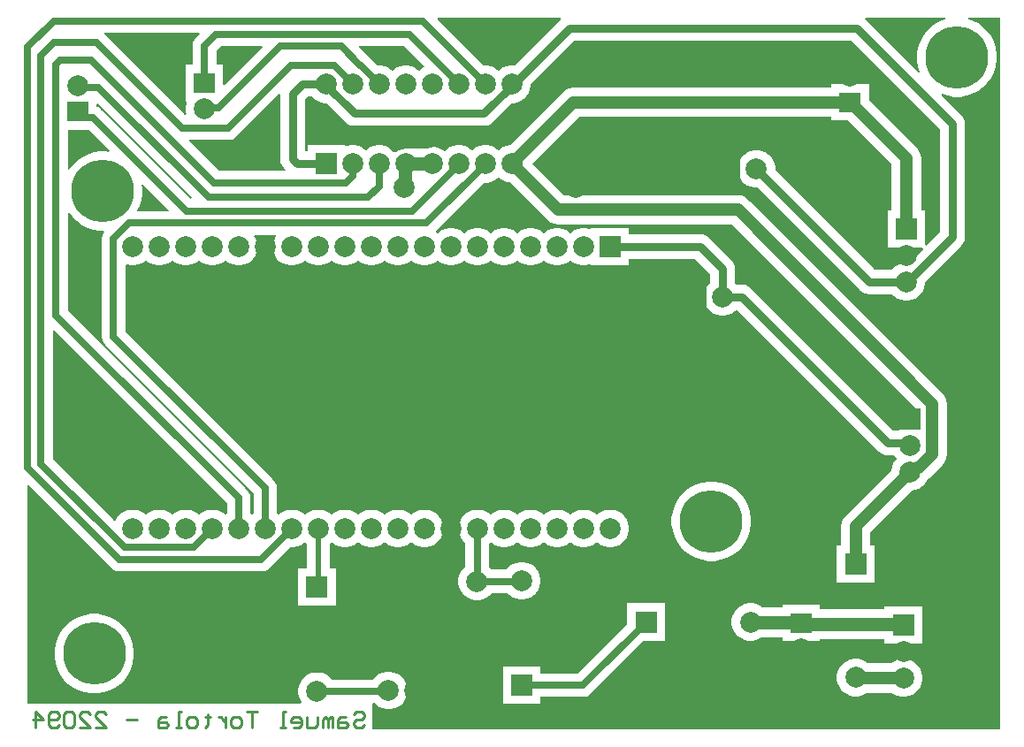
<source format=gbl>
G04*
G04 #@! TF.GenerationSoftware,Altium Limited,Altium Designer,24.3.1 (35)*
G04*
G04 Layer_Physical_Order=2*
G04 Layer_Color=16711680*
%FSLAX44Y44*%
%MOMM*%
G71*
G04*
G04 #@! TF.SameCoordinates,A7DB9225-D099-4854-ACD7-056804D619A1*
G04*
G04*
G04 #@! TF.FilePolarity,Positive*
G04*
G01*
G75*
%ADD10C,1.2700*%
%ADD11C,2.0000*%
%ADD12R,2.0000X2.0000*%
%ADD13R,2.0000X2.0000*%
%ADD14C,6.0000*%
%ADD15R,1.9000X2.0000*%
%ADD16R,2.0000X1.9000*%
%ADD17C,1.1938*%
%ADD18C,0.6350*%
%ADD19C,0.7620*%
%ADD20C,0.5334*%
%ADD21C,0.2540*%
G36*
X520049Y689447D02*
X519692Y689173D01*
X475503Y644985D01*
X474923Y645100D01*
X471377D01*
X467900Y644408D01*
X464624Y643051D01*
X461676Y641081D01*
X460450Y639856D01*
X459224Y641081D01*
X456276Y643051D01*
X453000Y644408D01*
X449523Y645100D01*
X446107D01*
X401730Y689477D01*
X402216Y690650D01*
X519641D01*
X520049Y689447D01*
D02*
G37*
G36*
X389349Y644577D02*
X389101Y643332D01*
X388424Y643051D01*
X385476Y641081D01*
X384250Y639856D01*
X383024Y641081D01*
X380076Y643051D01*
X376800Y644408D01*
X373323Y645100D01*
X369777D01*
X366300Y644408D01*
X363024Y643051D01*
X360076Y641081D01*
X358850Y639856D01*
X357624Y641081D01*
X354676Y643051D01*
X351400Y644408D01*
X347923Y645100D01*
X344507D01*
X336282Y653325D01*
X334492Y654699D01*
X326565Y662625D01*
X327051Y663799D01*
X370128D01*
X389349Y644577D01*
D02*
G37*
G36*
X888245Y689380D02*
X884663Y688216D01*
X879334Y685500D01*
X874495Y681985D01*
X870265Y677755D01*
X866749Y672916D01*
X864034Y667587D01*
X862186Y661898D01*
X861250Y655991D01*
Y650009D01*
X862186Y644102D01*
X863940Y638702D01*
X862831Y638015D01*
X811673Y689173D01*
X811315Y689447D01*
X811724Y690650D01*
X888044D01*
X888245Y689380D01*
D02*
G37*
G36*
X234185Y662625D02*
X197923Y626364D01*
X196750Y626850D01*
Y645750D01*
X190021D01*
Y659331D01*
X194489Y663799D01*
X233699D01*
X234185Y662625D01*
D02*
G37*
G36*
X940650Y9350D02*
X339330D01*
Y33905D01*
X340363Y34479D01*
X341566D01*
X343526Y32518D01*
X346474Y30549D01*
X349750Y29192D01*
X353227Y28500D01*
X356773D01*
X360250Y29192D01*
X363526Y30549D01*
X366474Y32518D01*
X368982Y35026D01*
X370951Y37974D01*
X372308Y41250D01*
X373000Y44727D01*
Y48273D01*
X372308Y51750D01*
X370951Y55026D01*
X368982Y57974D01*
X366474Y60482D01*
X363526Y62451D01*
X360250Y63808D01*
X356773Y64500D01*
X353227D01*
X349750Y63808D01*
X346474Y62451D01*
X343526Y60482D01*
X341018Y57974D01*
X340382Y57021D01*
X300617D01*
X300481Y57224D01*
X297974Y59731D01*
X295026Y61701D01*
X291750Y63058D01*
X288273Y63750D01*
X284727D01*
X281250Y63058D01*
X277974Y61701D01*
X275026Y59731D01*
X272519Y57224D01*
X270549Y54276D01*
X269192Y51000D01*
X268500Y47523D01*
Y43977D01*
X269192Y40500D01*
X270549Y37224D01*
X271917Y35175D01*
X271239Y33905D01*
X9350D01*
Y242520D01*
X10523Y243006D01*
X89684Y163845D01*
X89684Y163845D01*
X92018Y162054D01*
X94737Y160928D01*
X97654Y160543D01*
X97654Y160544D01*
X233081D01*
X233081Y160543D01*
X235999Y160928D01*
X238717Y162054D01*
X241052Y163845D01*
X260707Y183500D01*
X264123D01*
X267600Y184192D01*
X270876Y185549D01*
X273824Y187519D01*
X275050Y188744D01*
X276276Y187519D01*
X276991Y187041D01*
Y163750D01*
X268500D01*
Y127750D01*
X304500D01*
Y163750D01*
X298509D01*
Y187041D01*
X299224Y187519D01*
X300450Y188744D01*
X301676Y187519D01*
X304624Y185549D01*
X307900Y184192D01*
X311377Y183500D01*
X314923D01*
X318400Y184192D01*
X321676Y185549D01*
X324624Y187519D01*
X325850Y188744D01*
X327076Y187519D01*
X330024Y185549D01*
X333300Y184192D01*
X336777Y183500D01*
X340323D01*
X343800Y184192D01*
X347076Y185549D01*
X350024Y187519D01*
X351250Y188744D01*
X352476Y187519D01*
X355424Y185549D01*
X358700Y184192D01*
X362177Y183500D01*
X365723D01*
X369200Y184192D01*
X372476Y185549D01*
X375424Y187519D01*
X376650Y188744D01*
X377876Y187519D01*
X380824Y185549D01*
X384100Y184192D01*
X387577Y183500D01*
X391123D01*
X394600Y184192D01*
X397876Y185549D01*
X400824Y187519D01*
X403331Y190026D01*
X405301Y192974D01*
X406658Y196250D01*
X407350Y199727D01*
Y203273D01*
X406658Y206750D01*
X405301Y210026D01*
X403331Y212974D01*
X400824Y215481D01*
X397876Y217451D01*
X394600Y218808D01*
X391123Y219500D01*
X387577D01*
X384100Y218808D01*
X380824Y217451D01*
X377876Y215481D01*
X376650Y214256D01*
X375424Y215481D01*
X372476Y217451D01*
X369200Y218808D01*
X365723Y219500D01*
X362177D01*
X358700Y218808D01*
X355424Y217451D01*
X352476Y215481D01*
X351250Y214256D01*
X350024Y215481D01*
X347076Y217451D01*
X343800Y218808D01*
X340323Y219500D01*
X336777D01*
X333300Y218808D01*
X330024Y217451D01*
X327076Y215481D01*
X325850Y214256D01*
X324624Y215481D01*
X321676Y217451D01*
X318400Y218808D01*
X314923Y219500D01*
X311377D01*
X307900Y218808D01*
X304624Y217451D01*
X301676Y215481D01*
X300450Y214256D01*
X299224Y215481D01*
X296276Y217451D01*
X293000Y218808D01*
X289523Y219500D01*
X285977D01*
X282500Y218808D01*
X279224Y217451D01*
X276276Y215481D01*
X275050Y214256D01*
X273824Y215481D01*
X270876Y217451D01*
X267600Y218808D01*
X264123Y219500D01*
X260577D01*
X257100Y218808D01*
X253824Y217451D01*
X250876Y215481D01*
X249650Y214256D01*
X248424Y215481D01*
X248221Y215617D01*
Y240050D01*
X248221Y240050D01*
X247837Y242967D01*
X246711Y245686D01*
X244920Y248020D01*
X244920Y248020D01*
X102966Y389974D01*
Y453767D01*
X104022Y454472D01*
X104700Y454192D01*
X108177Y453500D01*
X111723D01*
X115200Y454192D01*
X118476Y455549D01*
X121424Y457519D01*
X122650Y458744D01*
X123876Y457519D01*
X126824Y455549D01*
X130100Y454192D01*
X133577Y453500D01*
X137123D01*
X140600Y454192D01*
X143876Y455549D01*
X146824Y457519D01*
X148050Y458744D01*
X149276Y457519D01*
X152224Y455549D01*
X155500Y454192D01*
X158977Y453500D01*
X162523D01*
X166000Y454192D01*
X169276Y455549D01*
X172224Y457519D01*
X173450Y458744D01*
X174676Y457519D01*
X177624Y455549D01*
X180900Y454192D01*
X184377Y453500D01*
X187923D01*
X191400Y454192D01*
X194676Y455549D01*
X197624Y457519D01*
X198850Y458744D01*
X200076Y457519D01*
X203024Y455549D01*
X206300Y454192D01*
X209777Y453500D01*
X213323D01*
X216800Y454192D01*
X220076Y455549D01*
X223024Y457519D01*
X225532Y460026D01*
X227501Y462974D01*
X228858Y466250D01*
X229550Y469727D01*
Y473273D01*
X228858Y476750D01*
X227501Y480026D01*
X226397Y481679D01*
X226996Y482799D01*
X246904D01*
X247503Y481679D01*
X246399Y480026D01*
X245042Y476750D01*
X244350Y473273D01*
Y469727D01*
X245042Y466250D01*
X246399Y462974D01*
X248368Y460026D01*
X250876Y457519D01*
X253824Y455549D01*
X257100Y454192D01*
X260577Y453500D01*
X264123D01*
X267600Y454192D01*
X270876Y455549D01*
X273824Y457519D01*
X275050Y458744D01*
X276276Y457519D01*
X279224Y455549D01*
X282500Y454192D01*
X285977Y453500D01*
X289523D01*
X293000Y454192D01*
X296276Y455549D01*
X299224Y457519D01*
X300450Y458744D01*
X301676Y457519D01*
X304624Y455549D01*
X307900Y454192D01*
X311377Y453500D01*
X314923D01*
X318400Y454192D01*
X321676Y455549D01*
X324624Y457519D01*
X325850Y458744D01*
X327076Y457519D01*
X330024Y455549D01*
X333300Y454192D01*
X336777Y453500D01*
X340323D01*
X343800Y454192D01*
X347076Y455549D01*
X350024Y457519D01*
X351250Y458744D01*
X352476Y457519D01*
X355424Y455549D01*
X358700Y454192D01*
X362177Y453500D01*
X365723D01*
X369200Y454192D01*
X372476Y455549D01*
X375424Y457519D01*
X376650Y458744D01*
X377876Y457519D01*
X380824Y455549D01*
X384100Y454192D01*
X387577Y453500D01*
X391123D01*
X394600Y454192D01*
X397876Y455549D01*
X400824Y457519D01*
X402050Y458744D01*
X403276Y457519D01*
X406224Y455549D01*
X409500Y454192D01*
X412977Y453500D01*
X416523D01*
X420000Y454192D01*
X423276Y455549D01*
X426224Y457519D01*
X427450Y458744D01*
X428676Y457519D01*
X431624Y455549D01*
X434900Y454192D01*
X438377Y453500D01*
X441923D01*
X445400Y454192D01*
X448676Y455549D01*
X451624Y457519D01*
X452850Y458744D01*
X454076Y457519D01*
X457024Y455549D01*
X460300Y454192D01*
X463777Y453500D01*
X467323D01*
X470800Y454192D01*
X474076Y455549D01*
X477024Y457519D01*
X478250Y458744D01*
X479476Y457519D01*
X482424Y455549D01*
X485700Y454192D01*
X489177Y453500D01*
X492723D01*
X496200Y454192D01*
X499476Y455549D01*
X502424Y457519D01*
X503650Y458744D01*
X504876Y457519D01*
X507824Y455549D01*
X511100Y454192D01*
X514577Y453500D01*
X518123D01*
X521600Y454192D01*
X524876Y455549D01*
X527824Y457519D01*
X529050Y458744D01*
X530276Y457519D01*
X533224Y455549D01*
X536500Y454192D01*
X539977Y453500D01*
X543523D01*
X547000Y454192D01*
X548094Y454645D01*
X549150Y453939D01*
Y453500D01*
X585150D01*
Y459588D01*
X648316D01*
X662838Y445066D01*
Y437044D01*
X660769Y434974D01*
X658799Y432026D01*
X657442Y428750D01*
X656750Y425273D01*
Y421727D01*
X657442Y418250D01*
X658799Y414974D01*
X660769Y412026D01*
X663276Y409519D01*
X666224Y407549D01*
X669500Y406192D01*
X672977Y405500D01*
X676523D01*
X680000Y406192D01*
X683276Y407549D01*
X686224Y409519D01*
X688294Y411588D01*
X688326D01*
X824868Y275046D01*
X827335Y273153D01*
X830208Y271963D01*
X833291Y271557D01*
X838978D01*
X840268Y269626D01*
X841494Y268400D01*
X840268Y267174D01*
X838299Y264226D01*
X836942Y260950D01*
X836288Y257664D01*
X792287Y213663D01*
X790048Y210745D01*
X788641Y207347D01*
X788160Y203700D01*
Y185630D01*
X784250D01*
Y149630D01*
X820250D01*
Y185630D01*
X816340D01*
Y197864D01*
X856214Y237738D01*
X859500Y238392D01*
X862776Y239749D01*
X865724Y241719D01*
X868232Y244226D01*
X870201Y247174D01*
X870699Y248375D01*
X872932Y250088D01*
X885262Y262418D01*
X887501Y265336D01*
X888908Y268735D01*
X889389Y272381D01*
Y321077D01*
X888908Y324723D01*
X887501Y328121D01*
X885262Y331039D01*
X699588Y516713D01*
X696670Y518952D01*
X693272Y520359D01*
X689626Y520840D01*
X523136D01*
X493076Y550900D01*
X537836Y595660D01*
X779000D01*
Y592250D01*
X794574D01*
X836660Y550164D01*
Y506550D01*
X832750D01*
Y470550D01*
X866359D01*
X866845Y469377D01*
X853103Y455635D01*
X852523Y455750D01*
X848977D01*
X845500Y455058D01*
X842224Y453701D01*
X839276Y451731D01*
X837206Y449662D01*
X820434D01*
X725250Y544846D01*
Y547773D01*
X724558Y551250D01*
X723201Y554526D01*
X721232Y557474D01*
X718724Y559981D01*
X715776Y561951D01*
X712500Y563308D01*
X709023Y564000D01*
X705477D01*
X702000Y563308D01*
X698724Y561951D01*
X695776Y559981D01*
X693269Y557474D01*
X691299Y554526D01*
X689942Y551250D01*
X689250Y547773D01*
Y544227D01*
X689942Y540750D01*
X691299Y537474D01*
X693269Y534526D01*
X695776Y532019D01*
X698724Y530049D01*
X702000Y528692D01*
X705477Y528000D01*
X708404D01*
X807077Y429327D01*
X809544Y427434D01*
X811227Y426737D01*
X812417Y426244D01*
X815500Y425838D01*
X837206D01*
X839276Y423769D01*
X842224Y421799D01*
X845500Y420442D01*
X848977Y419750D01*
X852523D01*
X856000Y420442D01*
X859276Y421799D01*
X862224Y423769D01*
X864732Y426276D01*
X866701Y429224D01*
X868058Y432500D01*
X868750Y435977D01*
Y437589D01*
X903423Y472262D01*
X905316Y474730D01*
X906506Y477602D01*
X906912Y480686D01*
Y589000D01*
X906506Y592083D01*
X905316Y594956D01*
X903423Y597423D01*
X884265Y616581D01*
X884952Y617690D01*
X890352Y615936D01*
X896259Y615000D01*
X902241D01*
X908148Y615936D01*
X913837Y617784D01*
X919166Y620499D01*
X924005Y624015D01*
X928235Y628245D01*
X931750Y633084D01*
X934466Y638413D01*
X936314Y644102D01*
X937250Y650009D01*
Y655991D01*
X936314Y661898D01*
X934466Y667587D01*
X931750Y672916D01*
X928235Y677755D01*
X924005Y681985D01*
X919166Y685500D01*
X913837Y688216D01*
X910254Y689380D01*
X910456Y690650D01*
X940650D01*
Y9350D01*
D02*
G37*
G36*
X174115Y675305D02*
X170780Y671970D01*
X168989Y669636D01*
X167863Y666917D01*
X167479Y664000D01*
X167479Y664000D01*
Y645750D01*
X160750D01*
Y610750D01*
X161231D01*
X161936Y609694D01*
X161442Y608500D01*
X160750Y605023D01*
Y601477D01*
X161306Y598680D01*
X160136Y598054D01*
X83470Y674720D01*
X82746Y675276D01*
X83154Y676479D01*
X173629D01*
X174115Y675305D01*
D02*
G37*
G36*
X251338Y617102D02*
Y555364D01*
X251744Y552281D01*
X252934Y549408D01*
X254827Y546941D01*
X256678Y545090D01*
X256192Y543916D01*
X192698D01*
X164064Y572550D01*
X164550Y573724D01*
X201495D01*
X201495Y573724D01*
X204412Y574108D01*
X207131Y575234D01*
X209465Y577025D01*
X250068Y617628D01*
X251338Y617102D01*
D02*
G37*
G36*
X87622Y563437D02*
X87046Y562306D01*
X84241Y562750D01*
X78259D01*
X72352Y561814D01*
X66663Y559966D01*
X61334Y557251D01*
X56495Y553735D01*
X52265Y549505D01*
X49041Y545068D01*
X47771Y545481D01*
Y583500D01*
X67560D01*
X87622Y563437D01*
D02*
G37*
G36*
X166653Y518657D02*
X166206Y517308D01*
X165706Y517235D01*
X79855Y603085D01*
X77521Y604876D01*
X75500Y605713D01*
Y608150D01*
X76673Y608636D01*
X166653Y518657D01*
D02*
G37*
G36*
X144545Y506515D02*
X144059Y505341D01*
X115225D01*
X114561Y506424D01*
X116466Y510163D01*
X118314Y515852D01*
X119250Y521759D01*
Y527741D01*
X118806Y530546D01*
X119937Y531123D01*
X144545Y506515D01*
D02*
G37*
G36*
X883088Y584066D02*
Y485620D01*
X869923Y472455D01*
X868750Y472941D01*
Y506550D01*
X864839D01*
Y556000D01*
X864360Y559647D01*
X862952Y563045D01*
X860713Y565963D01*
X815000Y611676D01*
Y627250D01*
X779000D01*
Y623839D01*
X532000D01*
X528353Y623359D01*
X524955Y621952D01*
X522037Y619713D01*
X471186Y568862D01*
X467900Y568208D01*
X464624Y566851D01*
X461676Y564882D01*
X460450Y563656D01*
X459224Y564882D01*
X456276Y566851D01*
X453000Y568208D01*
X449523Y568900D01*
X445977D01*
X442500Y568208D01*
X439224Y566851D01*
X436276Y564882D01*
X435050Y563656D01*
X433824Y564882D01*
X430876Y566851D01*
X427600Y568208D01*
X424123Y568900D01*
X420577D01*
X417100Y568208D01*
X413824Y566851D01*
X410876Y564882D01*
X408550Y562556D01*
X405584Y564832D01*
X402093Y566277D01*
X398347Y566771D01*
X394601Y566277D01*
X392419Y565374D01*
X371550D01*
X367804Y564881D01*
X364313Y563435D01*
X362090Y561729D01*
X360424Y561937D01*
X360131Y562374D01*
X357624Y564882D01*
X354676Y566851D01*
X351400Y568208D01*
X347923Y568900D01*
X344377D01*
X340900Y568208D01*
X337624Y566851D01*
X334676Y564882D01*
X333450Y563656D01*
X332224Y564882D01*
X329276Y566851D01*
X326000Y568208D01*
X322523Y568900D01*
X318977D01*
X315500Y568208D01*
X314406Y567755D01*
X313350Y568461D01*
Y568900D01*
X277350D01*
Y562812D01*
X275162D01*
Y612816D01*
X277534Y615188D01*
X281806D01*
X283876Y613119D01*
X286824Y611149D01*
X290100Y609792D01*
X293577Y609100D01*
X295189D01*
X313713Y590577D01*
X316180Y588684D01*
X319052Y587494D01*
X322136Y587088D01*
X446365D01*
X449448Y587494D01*
X452320Y588684D01*
X454787Y590577D01*
X473311Y609100D01*
X474923D01*
X478400Y609792D01*
X481676Y611149D01*
X484624Y613119D01*
X487132Y615626D01*
X489101Y618574D01*
X490458Y621850D01*
X491150Y625327D01*
Y626940D01*
X533049Y668838D01*
X798316D01*
X883088Y584066D01*
D02*
G37*
G36*
X461676Y536918D02*
X464624Y534949D01*
X467900Y533592D01*
X471186Y532938D01*
X507337Y496787D01*
X510255Y494548D01*
X513653Y493140D01*
X517300Y492660D01*
X683790D01*
X861209Y315240D01*
Y298843D01*
X860154Y298138D01*
X859500Y298408D01*
X856023Y299100D01*
X852477D01*
X849000Y298408D01*
X845724Y297051D01*
X843223Y295381D01*
X838225D01*
X701683Y431923D01*
X699216Y433816D01*
X696343Y435006D01*
X693260Y435412D01*
X688294D01*
X686662Y437044D01*
Y450000D01*
X686256Y453083D01*
X685066Y455956D01*
X683173Y458423D01*
X661673Y479923D01*
X659206Y481816D01*
X656333Y483006D01*
X653250Y483412D01*
X585150D01*
Y489500D01*
X549150D01*
Y489061D01*
X548094Y488355D01*
X547000Y488808D01*
X543523Y489500D01*
X539977D01*
X536500Y488808D01*
X533224Y487451D01*
X530276Y485481D01*
X529050Y484256D01*
X527824Y485481D01*
X524876Y487451D01*
X521600Y488808D01*
X518123Y489500D01*
X514577D01*
X511100Y488808D01*
X507824Y487451D01*
X504876Y485481D01*
X503650Y484256D01*
X502424Y485481D01*
X499476Y487451D01*
X496200Y488808D01*
X492723Y489500D01*
X489177D01*
X485700Y488808D01*
X482424Y487451D01*
X479476Y485481D01*
X478250Y484256D01*
X477024Y485481D01*
X474076Y487451D01*
X470800Y488808D01*
X467323Y489500D01*
X463777D01*
X460300Y488808D01*
X457024Y487451D01*
X454076Y485481D01*
X452850Y484256D01*
X451624Y485481D01*
X448676Y487451D01*
X445400Y488808D01*
X441923Y489500D01*
X438377D01*
X434900Y488808D01*
X431624Y487451D01*
X428676Y485481D01*
X427450Y484256D01*
X426224Y485481D01*
X423276Y487451D01*
X420000Y488808D01*
X416523Y489500D01*
X412977D01*
X409500Y488808D01*
X406224Y487451D01*
X403276Y485481D01*
X402050Y484256D01*
X400824Y485481D01*
X400376Y485781D01*
X400252Y487045D01*
X446107Y532900D01*
X449523D01*
X453000Y533592D01*
X456276Y534949D01*
X459224Y536918D01*
X460450Y538144D01*
X461676Y536918D01*
D02*
G37*
G36*
X52265Y499995D02*
X56495Y495765D01*
X61334Y492249D01*
X66663Y489534D01*
X72352Y487686D01*
X78259Y486750D01*
X82073D01*
X82635Y485611D01*
X81934Y484697D01*
X80808Y481979D01*
X80423Y479061D01*
X80424Y479061D01*
Y385305D01*
X80423Y385305D01*
X80808Y382388D01*
X81934Y379669D01*
X83725Y377335D01*
X225679Y235381D01*
Y215617D01*
X225476Y215481D01*
X224250Y214256D01*
X223024Y215481D01*
X222821Y215617D01*
Y230700D01*
X222821Y230700D01*
X222437Y233617D01*
X221311Y236336D01*
X219520Y238670D01*
X219520Y238670D01*
X47771Y410419D01*
Y504019D01*
X49041Y504432D01*
X52265Y499995D01*
D02*
G37*
G36*
X200279Y226031D02*
Y215617D01*
X200076Y215481D01*
X198850Y214256D01*
X197624Y215481D01*
X194676Y217451D01*
X191400Y218808D01*
X187923Y219500D01*
X184377D01*
X180900Y218808D01*
X177624Y217451D01*
X174676Y215481D01*
X173450Y214256D01*
X172224Y215481D01*
X169276Y217451D01*
X166000Y218808D01*
X162523Y219500D01*
X158977D01*
X155500Y218808D01*
X152224Y217451D01*
X149276Y215481D01*
X148050Y214256D01*
X146824Y215481D01*
X143876Y217451D01*
X140600Y218808D01*
X137123Y219500D01*
X133577D01*
X130100Y218808D01*
X126824Y217451D01*
X123876Y215481D01*
X122650Y214256D01*
X121424Y215481D01*
X118476Y217451D01*
X115200Y218808D01*
X111723Y219500D01*
X108177D01*
X104700Y218808D01*
X101424Y217451D01*
X98476Y215481D01*
X95969Y212974D01*
X93999Y210026D01*
X93718Y209349D01*
X92472Y209101D01*
X33521Y268053D01*
Y391129D01*
X34695Y391615D01*
X200279Y226031D01*
D02*
G37*
%LPC*%
G36*
X568923Y219500D02*
X565377D01*
X561900Y218808D01*
X558624Y217451D01*
X555676Y215481D01*
X554450Y214256D01*
X553224Y215481D01*
X550276Y217451D01*
X547000Y218808D01*
X543523Y219500D01*
X539977D01*
X536500Y218808D01*
X533224Y217451D01*
X530276Y215481D01*
X529050Y214256D01*
X527824Y215481D01*
X524876Y217451D01*
X521600Y218808D01*
X518123Y219500D01*
X514577D01*
X511100Y218808D01*
X507824Y217451D01*
X504876Y215481D01*
X503650Y214256D01*
X502424Y215481D01*
X499476Y217451D01*
X496200Y218808D01*
X492723Y219500D01*
X489177D01*
X485700Y218808D01*
X482424Y217451D01*
X479476Y215481D01*
X478250Y214256D01*
X477024Y215481D01*
X474076Y217451D01*
X470800Y218808D01*
X467323Y219500D01*
X463777D01*
X460300Y218808D01*
X457024Y217451D01*
X454076Y215481D01*
X452850Y214256D01*
X451624Y215481D01*
X448676Y217451D01*
X445400Y218808D01*
X441923Y219500D01*
X438377D01*
X434900Y218808D01*
X431624Y217451D01*
X428676Y215481D01*
X426169Y212974D01*
X424199Y210026D01*
X422842Y206750D01*
X422150Y203273D01*
Y199727D01*
X422842Y196250D01*
X424199Y192974D01*
X426169Y190026D01*
X428676Y187519D01*
X428679Y187516D01*
Y165251D01*
X428276Y164981D01*
X425769Y162474D01*
X423799Y159526D01*
X422442Y156250D01*
X421750Y152773D01*
Y149227D01*
X422442Y145750D01*
X423799Y142474D01*
X425769Y139526D01*
X428276Y137018D01*
X431224Y135049D01*
X434500Y133692D01*
X437977Y133000D01*
X441523D01*
X445000Y133692D01*
X448276Y135049D01*
X451224Y137018D01*
X453731Y139526D01*
X453867Y139729D01*
X466601D01*
X468500Y139479D01*
X468500Y139479D01*
X469066D01*
X471026Y137519D01*
X473974Y135549D01*
X477250Y134192D01*
X480727Y133500D01*
X484273D01*
X487750Y134192D01*
X491026Y135549D01*
X493974Y137519D01*
X496482Y140026D01*
X498451Y142974D01*
X499808Y146250D01*
X500500Y149727D01*
Y153273D01*
X499808Y156750D01*
X498451Y160026D01*
X496482Y162974D01*
X493974Y165481D01*
X491026Y167451D01*
X487750Y168808D01*
X484273Y169500D01*
X480727D01*
X477250Y168808D01*
X473974Y167451D01*
X471026Y165481D01*
X468518Y162974D01*
X468049Y162271D01*
X453867D01*
X453731Y162474D01*
X451224Y164981D01*
X451221Y164984D01*
Y187249D01*
X451624Y187519D01*
X452850Y188744D01*
X454076Y187519D01*
X457024Y185549D01*
X460300Y184192D01*
X463777Y183500D01*
X467323D01*
X470800Y184192D01*
X474076Y185549D01*
X477024Y187519D01*
X478250Y188744D01*
X479476Y187519D01*
X482424Y185549D01*
X485700Y184192D01*
X489177Y183500D01*
X492723D01*
X496200Y184192D01*
X499476Y185549D01*
X502424Y187519D01*
X503650Y188744D01*
X504876Y187519D01*
X507824Y185549D01*
X511100Y184192D01*
X514577Y183500D01*
X518123D01*
X521600Y184192D01*
X524876Y185549D01*
X527824Y187519D01*
X529050Y188744D01*
X530276Y187519D01*
X533224Y185549D01*
X536500Y184192D01*
X539977Y183500D01*
X543523D01*
X547000Y184192D01*
X550276Y185549D01*
X553224Y187519D01*
X554450Y188744D01*
X555676Y187519D01*
X558624Y185549D01*
X561900Y184192D01*
X565377Y183500D01*
X568923D01*
X572400Y184192D01*
X575676Y185549D01*
X578624Y187519D01*
X581132Y190026D01*
X583101Y192974D01*
X584458Y196250D01*
X585150Y199727D01*
Y203273D01*
X584458Y206750D01*
X583101Y210026D01*
X581132Y212974D01*
X578624Y215481D01*
X575676Y217451D01*
X572400Y218808D01*
X568923Y219500D01*
D02*
G37*
G36*
X666991Y246500D02*
X661009D01*
X655102Y245564D01*
X649413Y243716D01*
X644084Y241000D01*
X639245Y237485D01*
X635015Y233255D01*
X631499Y228416D01*
X628784Y223087D01*
X626936Y217398D01*
X626000Y211491D01*
Y205509D01*
X626936Y199602D01*
X628784Y193913D01*
X631499Y188584D01*
X635015Y183745D01*
X639245Y179515D01*
X644084Y176000D01*
X649413Y173284D01*
X655102Y171436D01*
X661009Y170500D01*
X666991D01*
X672898Y171436D01*
X678587Y173284D01*
X683916Y176000D01*
X688755Y179515D01*
X692985Y183745D01*
X696500Y188584D01*
X699216Y193913D01*
X701064Y199602D01*
X702000Y205509D01*
Y211491D01*
X701064Y217398D01*
X699216Y223087D01*
X696500Y228416D01*
X692985Y233255D01*
X688755Y237485D01*
X683916Y241000D01*
X678587Y243716D01*
X672898Y245564D01*
X666991Y246500D01*
D02*
G37*
G36*
X703273Y130000D02*
X699727D01*
X696250Y129308D01*
X692974Y127951D01*
X690026Y125982D01*
X687518Y123474D01*
X685549Y120526D01*
X684192Y117250D01*
X683500Y113773D01*
Y110227D01*
X684192Y106750D01*
X685549Y103474D01*
X687518Y100526D01*
X690026Y98019D01*
X692974Y96049D01*
X696250Y94692D01*
X699727Y94000D01*
X703273D01*
X706750Y94692D01*
X710026Y96049D01*
X711489Y97026D01*
X732250D01*
Y93500D01*
X768250D01*
Y95351D01*
X830000D01*
Y91250D01*
X866000D01*
Y127250D01*
X830000D01*
Y124299D01*
X768250D01*
Y128500D01*
X732250D01*
Y125974D01*
X712982D01*
X712974Y125982D01*
X710026Y127951D01*
X706750Y129308D01*
X703273Y130000D01*
D02*
G37*
G36*
X619500D02*
X583500D01*
Y109940D01*
X536331Y62771D01*
X500500D01*
Y69500D01*
X464500D01*
Y33500D01*
X500500D01*
Y40229D01*
X541000D01*
X541000Y40229D01*
X543917Y40613D01*
X546636Y41739D01*
X548970Y43530D01*
X599440Y94000D01*
X619500D01*
Y130000D01*
D02*
G37*
G36*
X76241Y119750D02*
X70259D01*
X64352Y118814D01*
X58663Y116966D01*
X53334Y114250D01*
X48495Y110735D01*
X44265Y106505D01*
X40750Y101666D01*
X38034Y96337D01*
X36186Y90648D01*
X35250Y84741D01*
Y78759D01*
X36186Y72852D01*
X38034Y67163D01*
X40750Y61834D01*
X44265Y56995D01*
X48495Y52765D01*
X53334Y49250D01*
X58663Y46534D01*
X64352Y44686D01*
X70259Y43750D01*
X76241D01*
X82148Y44686D01*
X87837Y46534D01*
X93166Y49250D01*
X98005Y52765D01*
X102235Y56995D01*
X105751Y61834D01*
X108466Y67163D01*
X110314Y72852D01*
X111250Y78759D01*
Y84741D01*
X110314Y90648D01*
X108466Y96337D01*
X105751Y101666D01*
X102235Y106505D01*
X98005Y110735D01*
X93166Y114250D01*
X87837Y116966D01*
X82148Y118814D01*
X76241Y119750D01*
D02*
G37*
G36*
X804023Y76870D02*
X800477D01*
X797000Y76178D01*
X793724Y74821D01*
X790776Y72852D01*
X788269Y70344D01*
X786299Y67396D01*
X784942Y64120D01*
X784250Y60643D01*
Y57097D01*
X784942Y53620D01*
X786299Y50344D01*
X788269Y47396D01*
X790776Y44889D01*
X793724Y42919D01*
X797000Y41562D01*
X800477Y40870D01*
X804023D01*
X807500Y41562D01*
X810776Y42919D01*
X812799Y44270D01*
X836822D01*
X839474Y42499D01*
X842750Y41142D01*
X846227Y40450D01*
X849773D01*
X853250Y41142D01*
X856526Y42499D01*
X859474Y44468D01*
X861982Y46976D01*
X863951Y49924D01*
X865308Y53200D01*
X866000Y56677D01*
Y60223D01*
X865308Y63700D01*
X863951Y66976D01*
X861982Y69924D01*
X859474Y72432D01*
X856526Y74401D01*
X853250Y75758D01*
X849773Y76450D01*
X846227D01*
X842750Y75758D01*
X839474Y74401D01*
X836553Y72450D01*
X814126D01*
X813724Y72852D01*
X810776Y74821D01*
X807500Y76178D01*
X804023Y76870D01*
D02*
G37*
%LPD*%
D10*
X370250Y528000D02*
X370736Y528486D01*
Y550086D02*
X371550Y550900D01*
X370736Y528486D02*
Y550086D01*
X396950Y550900D02*
X398347Y552297D01*
X371550Y550900D02*
X396950D01*
X751425Y109825D02*
X848000D01*
X701500Y112000D02*
X702000Y111500D01*
X749750D01*
X750250Y111000D01*
X751425Y109825D01*
D11*
X473150Y627100D02*
D03*
X447750D02*
D03*
X422350D02*
D03*
X396950D02*
D03*
X371550D02*
D03*
X346150D02*
D03*
X320750D02*
D03*
X295350D02*
D03*
X473150Y550900D02*
D03*
X447750D02*
D03*
X422350D02*
D03*
X396950D02*
D03*
X371550D02*
D03*
X346150D02*
D03*
X320750D02*
D03*
X534000Y528000D02*
D03*
X370250D02*
D03*
X109950Y471500D02*
D03*
X541750D02*
D03*
X516350D02*
D03*
X490950D02*
D03*
X465550D02*
D03*
X440150D02*
D03*
X414750D02*
D03*
X389350D02*
D03*
X363950D02*
D03*
X338550D02*
D03*
X313150D02*
D03*
X287750D02*
D03*
X262350D02*
D03*
X236950D02*
D03*
X211550D02*
D03*
X186150D02*
D03*
X160750D02*
D03*
X135350D02*
D03*
X109950Y201500D02*
D03*
X135350D02*
D03*
X160750D02*
D03*
X186150D02*
D03*
X211550D02*
D03*
X236950D02*
D03*
X262350D02*
D03*
X287750D02*
D03*
X313150D02*
D03*
X338550D02*
D03*
X363950D02*
D03*
X389350D02*
D03*
X414750D02*
D03*
X440150D02*
D03*
X465550D02*
D03*
X490950D02*
D03*
X516350D02*
D03*
X541750D02*
D03*
X567150D02*
D03*
X848000Y83850D02*
D03*
Y58450D02*
D03*
X760750Y291250D02*
D03*
X760000Y394500D02*
D03*
X602000Y651500D02*
D03*
X601500Y556250D02*
D03*
X355000Y46500D02*
D03*
X380400D02*
D03*
X674750Y423500D02*
D03*
X178750Y603250D02*
D03*
X854250Y255700D02*
D03*
Y281100D02*
D03*
X439750Y151000D02*
D03*
X850750Y437750D02*
D03*
Y463150D02*
D03*
X286500Y45750D02*
D03*
X707250Y546000D02*
D03*
X797000Y634750D02*
D03*
X57500Y626000D02*
D03*
X482500Y151500D02*
D03*
X701500Y112000D02*
D03*
X750250Y86000D02*
D03*
X802250Y58870D02*
D03*
D12*
X295350Y550900D02*
D03*
X854250Y306500D02*
D03*
X439750Y51000D02*
D03*
X850750Y488550D02*
D03*
X286500Y145750D02*
D03*
X482500Y51500D02*
D03*
X802250Y167630D02*
D03*
D13*
X567150Y471500D02*
D03*
X848000Y109250D02*
D03*
X601500Y112000D02*
D03*
D14*
X81250Y524750D02*
D03*
X899250Y653000D02*
D03*
X664000Y208500D02*
D03*
X73250Y81750D02*
D03*
D15*
X649750Y423500D02*
D03*
X682250Y546000D02*
D03*
D16*
X178750Y628250D02*
D03*
X797000Y609750D02*
D03*
X57500Y601000D02*
D03*
X750250Y111000D02*
D03*
D17*
X847490Y58360D02*
X848000Y57850D01*
X802760Y58360D02*
X847490D01*
X802250Y203700D02*
X854250Y255700D01*
X802250Y167630D02*
Y203700D01*
Y58870D02*
X802760Y58360D01*
X517300Y506750D02*
X689626D01*
X473150Y550900D02*
X517300Y506750D01*
X689626D02*
X875299Y321077D01*
Y272381D02*
Y321077D01*
X862969Y260051D02*
X875299Y272381D01*
X860783Y260051D02*
X862969D01*
X473150Y550900D02*
X532000Y609750D01*
X797000D01*
X850750Y488550D02*
Y556000D01*
X801031Y605719D02*
Y606219D01*
X797000Y609750D02*
X797500D01*
X801031Y606219D01*
Y605719D02*
X850750Y556000D01*
D18*
X9525Y662525D02*
X34750Y687750D01*
X387516D02*
X447750Y627517D01*
X34750Y687750D02*
X387516D01*
X309610Y663640D02*
X327895Y645355D01*
X178750Y664000D02*
X189820Y675070D01*
X374796D01*
X422350Y627517D01*
X251140Y663640D02*
X309610D01*
X192206Y604706D02*
X251140Y663640D01*
X9525Y259944D02*
X97654Y171815D01*
X9525Y259944D02*
Y662525D01*
X161500Y505500D02*
X377366D01*
X57500Y601000D02*
X63385Y595115D01*
X71885D01*
X161500Y505500D01*
X351356Y51750D02*
X355050D01*
X286500Y45750D02*
X345356D01*
X351356Y51750D01*
X482500Y51500D02*
X541000D01*
X601500Y112000D01*
X327895Y645355D02*
X328311D01*
X346150Y627100D02*
Y627517D01*
X328311Y645355D02*
X346150Y627517D01*
X22250Y263384D02*
X102389Y183245D01*
X22250Y263384D02*
Y654000D01*
X35000Y666750D01*
X36500Y405750D02*
Y646000D01*
X40750Y650250D01*
X36500Y405750D02*
X211550Y230700D01*
X75500Y666750D02*
X157255Y584995D01*
X35000Y666750D02*
X75500D01*
X70424Y650250D02*
X188029Y532645D01*
X40750Y650250D02*
X70424D01*
X320750Y539000D02*
Y547206D01*
Y549053D02*
Y550900D01*
Y547206D02*
Y549053D01*
X314395Y532645D02*
X320750Y539000D01*
X188029Y532645D02*
X314395D01*
X346150Y529400D02*
Y550900D01*
X182500Y518750D02*
X335500D01*
X346150Y529400D01*
X447750Y551500D02*
X447750Y551500D01*
X447750Y550900D02*
Y551500D01*
X106704Y494070D02*
X391336D01*
X377366Y505500D02*
X422350Y550484D01*
X59275Y624225D02*
X77025D01*
X182500Y518750D01*
X57500Y626000D02*
X59275Y624225D01*
X157255Y584995D02*
X201495D01*
X261855Y645355D02*
X302911D01*
X201495Y584995D02*
X261855Y645355D01*
X180206Y604706D02*
X192206D01*
X178750Y628250D02*
Y664000D01*
X439750Y151000D02*
X468250D01*
X468500Y150750D02*
X482245D01*
X468250Y151000D02*
X468500Y150750D01*
X439950Y151200D02*
Y201300D01*
X439750Y151000D02*
X439950Y151200D01*
Y201300D02*
X440150Y201500D01*
X236950D02*
Y240050D01*
X211550Y201500D02*
Y230700D01*
X91695Y385305D02*
X236950Y240050D01*
X391336Y494070D02*
X447750Y550484D01*
X91695Y385305D02*
Y479061D01*
X447750Y550484D02*
Y550900D01*
X91695Y479061D02*
X106704Y494070D01*
X178750Y603250D02*
X180206Y604706D01*
X302911Y645355D02*
X320750Y627517D01*
X97654Y171815D02*
X233081D01*
X262350Y201084D01*
Y201500D01*
X447750Y627100D02*
Y627517D01*
X168311Y183245D02*
X186150Y201084D01*
X102389Y183245D02*
X168311D01*
X422350Y627100D02*
Y627517D01*
X320750Y627100D02*
Y627517D01*
X186150Y201084D02*
Y201500D01*
X422350Y550484D02*
Y550900D01*
D19*
X895000Y480686D02*
Y589000D01*
X528115Y680750D02*
X803250D01*
X895000Y589000D01*
X707250Y546000D02*
X815500Y437750D01*
X850750D01*
X473807Y626443D02*
X528115Y680750D01*
X446365Y599000D02*
X473807Y626443D01*
X295350Y625785D02*
X322136Y599000D01*
X446365D01*
X693260Y423500D02*
X833291Y283469D01*
X674750Y423500D02*
X693260D01*
X653250Y471500D02*
X674750Y450000D01*
Y423500D02*
Y450000D01*
X567150Y471500D02*
X653250D01*
X850750Y437750D02*
X852065D01*
X895000Y480686D01*
X267714Y550900D02*
X295350D01*
X263250Y555364D02*
X267714Y550900D01*
X263250Y555364D02*
Y617750D01*
X272600Y627100D02*
X295350D01*
X263250Y617750D02*
X272600Y627100D01*
X833291Y283469D02*
X851881D01*
X854250Y281100D01*
D20*
X286500Y145750D02*
X287750Y147000D01*
Y201500D01*
D21*
X321713Y23786D02*
X324212Y26285D01*
X329211D01*
X331710Y23786D01*
Y21287D01*
X329211Y18788D01*
X324212D01*
X321713Y16288D01*
Y13789D01*
X324212Y11290D01*
X329211D01*
X331710Y13789D01*
X314216Y21287D02*
X309217D01*
X306718Y18788D01*
Y11290D01*
X314216D01*
X316715Y13789D01*
X314216Y16288D01*
X306718D01*
X301720Y11290D02*
Y21287D01*
X299221D01*
X296721Y18788D01*
Y11290D01*
Y18788D01*
X294222Y21287D01*
X291723Y18788D01*
Y11290D01*
X286725Y21287D02*
Y13789D01*
X284225Y11290D01*
X276728D01*
Y21287D01*
X264232Y11290D02*
X269230D01*
X271729Y13789D01*
Y18788D01*
X269230Y21287D01*
X264232D01*
X261733Y18788D01*
Y16288D01*
X271729D01*
X256734Y11290D02*
X251736D01*
X254235D01*
Y26285D01*
X256734D01*
X229243D02*
X219246D01*
X224245D01*
Y11290D01*
X211749D02*
X206751D01*
X204251Y13789D01*
Y18788D01*
X206751Y21287D01*
X211749D01*
X214248Y18788D01*
Y13789D01*
X211749Y11290D01*
X199253Y21287D02*
Y11290D01*
Y16288D01*
X196754Y18788D01*
X194254Y21287D01*
X191755D01*
X181759Y23786D02*
Y21287D01*
X184258D01*
X179259D01*
X181759D01*
Y13789D01*
X179259Y11290D01*
X169263D02*
X164264D01*
X161765Y13789D01*
Y18788D01*
X164264Y21287D01*
X169263D01*
X171762Y18788D01*
Y13789D01*
X169263Y11290D01*
X156767D02*
X151768D01*
X154268D01*
Y26285D01*
X156767D01*
X141771Y21287D02*
X136773D01*
X134274Y18788D01*
Y11290D01*
X141771D01*
X144271Y13789D01*
X141771Y16288D01*
X134274D01*
X114280Y18788D02*
X104284D01*
X74293Y11290D02*
X84290D01*
X74293Y21287D01*
Y23786D01*
X76792Y26285D01*
X81791D01*
X84290Y23786D01*
X59298Y11290D02*
X69295D01*
X59298Y21287D01*
Y23786D01*
X61797Y26285D01*
X66796D01*
X69295Y23786D01*
X54300D02*
X51801Y26285D01*
X46802D01*
X44303Y23786D01*
Y13789D01*
X46802Y11290D01*
X51801D01*
X54300Y13789D01*
Y23786D01*
X39305Y13789D02*
X36806Y11290D01*
X31807D01*
X29308Y13789D01*
Y23786D01*
X31807Y26285D01*
X36806D01*
X39305Y23786D01*
Y21287D01*
X36806Y18788D01*
X29308D01*
X16812Y11290D02*
Y26285D01*
X24309Y18788D01*
X14313D01*
M02*

</source>
